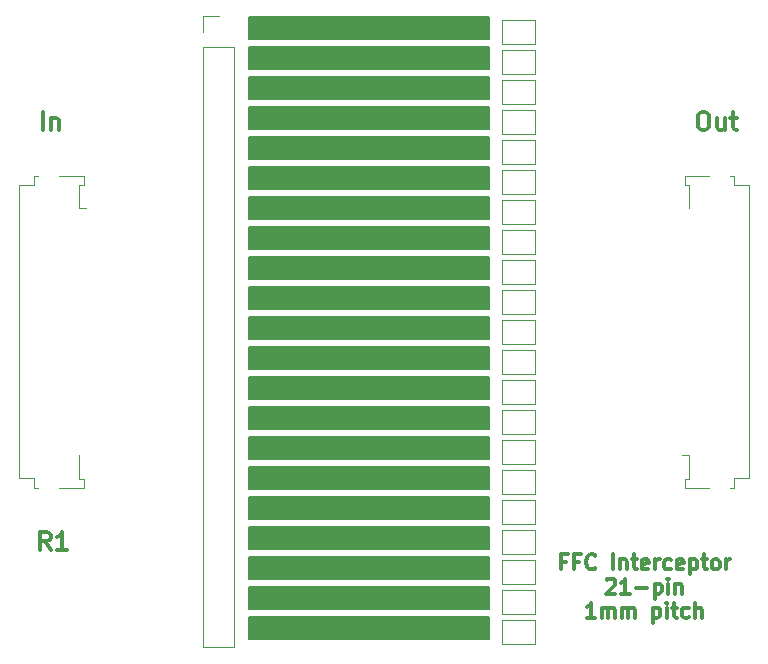
<source format=gbr>
%TF.GenerationSoftware,KiCad,Pcbnew,(6.0.4)*%
%TF.CreationDate,2022-05-17T22:38:10-07:00*%
%TF.ProjectId,ffc_interceptor,6666635f-696e-4746-9572-636570746f72,rev?*%
%TF.SameCoordinates,Original*%
%TF.FileFunction,Legend,Top*%
%TF.FilePolarity,Positive*%
%FSLAX46Y46*%
G04 Gerber Fmt 4.6, Leading zero omitted, Abs format (unit mm)*
G04 Created by KiCad (PCBNEW (6.0.4)) date 2022-05-17 22:38:10*
%MOMM*%
%LPD*%
G01*
G04 APERTURE LIST*
%ADD10C,0.200000*%
%ADD11C,0.300000*%
%ADD12C,0.120000*%
G04 APERTURE END LIST*
D10*
X146812000Y-72390000D02*
X167132000Y-72390000D01*
X167132000Y-72390000D02*
X167132000Y-74295000D01*
X167132000Y-74295000D02*
X146812000Y-74295000D01*
X146812000Y-74295000D02*
X146812000Y-72390000D01*
G36*
X146812000Y-72390000D02*
G01*
X167132000Y-72390000D01*
X167132000Y-74295000D01*
X146812000Y-74295000D01*
X146812000Y-72390000D01*
G37*
X146812000Y-107950000D02*
X167132000Y-107950000D01*
X167132000Y-107950000D02*
X167132000Y-109855000D01*
X167132000Y-109855000D02*
X146812000Y-109855000D01*
X146812000Y-109855000D02*
X146812000Y-107950000D01*
G36*
X146812000Y-107950000D02*
G01*
X167132000Y-107950000D01*
X167132000Y-109855000D01*
X146812000Y-109855000D01*
X146812000Y-107950000D01*
G37*
X146812000Y-82550000D02*
X167132000Y-82550000D01*
X167132000Y-82550000D02*
X167132000Y-84455000D01*
X167132000Y-84455000D02*
X146812000Y-84455000D01*
X146812000Y-84455000D02*
X146812000Y-82550000D01*
G36*
X146812000Y-82550000D02*
G01*
X167132000Y-82550000D01*
X167132000Y-84455000D01*
X146812000Y-84455000D01*
X146812000Y-82550000D01*
G37*
X146812000Y-80010000D02*
X167132000Y-80010000D01*
X167132000Y-80010000D02*
X167132000Y-81915000D01*
X167132000Y-81915000D02*
X146812000Y-81915000D01*
X146812000Y-81915000D02*
X146812000Y-80010000D01*
G36*
X146812000Y-80010000D02*
G01*
X167132000Y-80010000D01*
X167132000Y-81915000D01*
X146812000Y-81915000D01*
X146812000Y-80010000D01*
G37*
X146812000Y-92710000D02*
X167132000Y-92710000D01*
X167132000Y-92710000D02*
X167132000Y-94615000D01*
X167132000Y-94615000D02*
X146812000Y-94615000D01*
X146812000Y-94615000D02*
X146812000Y-92710000D01*
G36*
X146812000Y-92710000D02*
G01*
X167132000Y-92710000D01*
X167132000Y-94615000D01*
X146812000Y-94615000D01*
X146812000Y-92710000D01*
G37*
X146812000Y-97790000D02*
X167132000Y-97790000D01*
X167132000Y-97790000D02*
X167132000Y-99695000D01*
X167132000Y-99695000D02*
X146812000Y-99695000D01*
X146812000Y-99695000D02*
X146812000Y-97790000D01*
G36*
X146812000Y-97790000D02*
G01*
X167132000Y-97790000D01*
X167132000Y-99695000D01*
X146812000Y-99695000D01*
X146812000Y-97790000D01*
G37*
X146812000Y-115570000D02*
X167132000Y-115570000D01*
X167132000Y-115570000D02*
X167132000Y-117475000D01*
X167132000Y-117475000D02*
X146812000Y-117475000D01*
X146812000Y-117475000D02*
X146812000Y-115570000D01*
G36*
X146812000Y-115570000D02*
G01*
X167132000Y-115570000D01*
X167132000Y-117475000D01*
X146812000Y-117475000D01*
X146812000Y-115570000D01*
G37*
X146812000Y-113030000D02*
X167132000Y-113030000D01*
X167132000Y-113030000D02*
X167132000Y-114935000D01*
X167132000Y-114935000D02*
X146812000Y-114935000D01*
X146812000Y-114935000D02*
X146812000Y-113030000D01*
G36*
X146812000Y-113030000D02*
G01*
X167132000Y-113030000D01*
X167132000Y-114935000D01*
X146812000Y-114935000D01*
X146812000Y-113030000D01*
G37*
X146812000Y-74930000D02*
X167132000Y-74930000D01*
X167132000Y-74930000D02*
X167132000Y-76835000D01*
X167132000Y-76835000D02*
X146812000Y-76835000D01*
X146812000Y-76835000D02*
X146812000Y-74930000D01*
G36*
X146812000Y-74930000D02*
G01*
X167132000Y-74930000D01*
X167132000Y-76835000D01*
X146812000Y-76835000D01*
X146812000Y-74930000D01*
G37*
X146812000Y-110490000D02*
X167132000Y-110490000D01*
X167132000Y-110490000D02*
X167132000Y-112395000D01*
X167132000Y-112395000D02*
X146812000Y-112395000D01*
X146812000Y-112395000D02*
X146812000Y-110490000D01*
G36*
X146812000Y-110490000D02*
G01*
X167132000Y-110490000D01*
X167132000Y-112395000D01*
X146812000Y-112395000D01*
X146812000Y-110490000D01*
G37*
X146812000Y-118110000D02*
X167132000Y-118110000D01*
X167132000Y-118110000D02*
X167132000Y-120015000D01*
X167132000Y-120015000D02*
X146812000Y-120015000D01*
X146812000Y-120015000D02*
X146812000Y-118110000D01*
G36*
X146812000Y-118110000D02*
G01*
X167132000Y-118110000D01*
X167132000Y-120015000D01*
X146812000Y-120015000D01*
X146812000Y-118110000D01*
G37*
X146812000Y-105410000D02*
X167132000Y-105410000D01*
X167132000Y-105410000D02*
X167132000Y-107315000D01*
X167132000Y-107315000D02*
X146812000Y-107315000D01*
X146812000Y-107315000D02*
X146812000Y-105410000D01*
G36*
X146812000Y-105410000D02*
G01*
X167132000Y-105410000D01*
X167132000Y-107315000D01*
X146812000Y-107315000D01*
X146812000Y-105410000D01*
G37*
X146812000Y-95250000D02*
X167132000Y-95250000D01*
X167132000Y-95250000D02*
X167132000Y-97155000D01*
X167132000Y-97155000D02*
X146812000Y-97155000D01*
X146812000Y-97155000D02*
X146812000Y-95250000D01*
G36*
X146812000Y-95250000D02*
G01*
X167132000Y-95250000D01*
X167132000Y-97155000D01*
X146812000Y-97155000D01*
X146812000Y-95250000D01*
G37*
X146812000Y-87630000D02*
X167132000Y-87630000D01*
X167132000Y-87630000D02*
X167132000Y-89535000D01*
X167132000Y-89535000D02*
X146812000Y-89535000D01*
X146812000Y-89535000D02*
X146812000Y-87630000D01*
G36*
X146812000Y-87630000D02*
G01*
X167132000Y-87630000D01*
X167132000Y-89535000D01*
X146812000Y-89535000D01*
X146812000Y-87630000D01*
G37*
X146812000Y-85090000D02*
X167132000Y-85090000D01*
X167132000Y-85090000D02*
X167132000Y-86995000D01*
X167132000Y-86995000D02*
X146812000Y-86995000D01*
X146812000Y-86995000D02*
X146812000Y-85090000D01*
G36*
X146812000Y-85090000D02*
G01*
X167132000Y-85090000D01*
X167132000Y-86995000D01*
X146812000Y-86995000D01*
X146812000Y-85090000D01*
G37*
X146812000Y-123190000D02*
X167132000Y-123190000D01*
X167132000Y-123190000D02*
X167132000Y-125095000D01*
X167132000Y-125095000D02*
X146812000Y-125095000D01*
X146812000Y-125095000D02*
X146812000Y-123190000D01*
G36*
X146812000Y-123190000D02*
G01*
X167132000Y-123190000D01*
X167132000Y-125095000D01*
X146812000Y-125095000D01*
X146812000Y-123190000D01*
G37*
X146812000Y-90170000D02*
X167132000Y-90170000D01*
X167132000Y-90170000D02*
X167132000Y-92075000D01*
X167132000Y-92075000D02*
X146812000Y-92075000D01*
X146812000Y-92075000D02*
X146812000Y-90170000D01*
G36*
X146812000Y-90170000D02*
G01*
X167132000Y-90170000D01*
X167132000Y-92075000D01*
X146812000Y-92075000D01*
X146812000Y-90170000D01*
G37*
X146812000Y-120650000D02*
X167132000Y-120650000D01*
X167132000Y-120650000D02*
X167132000Y-122555000D01*
X167132000Y-122555000D02*
X146812000Y-122555000D01*
X146812000Y-122555000D02*
X146812000Y-120650000D01*
G36*
X146812000Y-120650000D02*
G01*
X167132000Y-120650000D01*
X167132000Y-122555000D01*
X146812000Y-122555000D01*
X146812000Y-120650000D01*
G37*
X146812000Y-77470000D02*
X167132000Y-77470000D01*
X167132000Y-77470000D02*
X167132000Y-79375000D01*
X167132000Y-79375000D02*
X146812000Y-79375000D01*
X146812000Y-79375000D02*
X146812000Y-77470000D01*
G36*
X146812000Y-77470000D02*
G01*
X167132000Y-77470000D01*
X167132000Y-79375000D01*
X146812000Y-79375000D01*
X146812000Y-77470000D01*
G37*
X146812000Y-100330000D02*
X167132000Y-100330000D01*
X167132000Y-100330000D02*
X167132000Y-102235000D01*
X167132000Y-102235000D02*
X146812000Y-102235000D01*
X146812000Y-102235000D02*
X146812000Y-100330000D01*
G36*
X146812000Y-100330000D02*
G01*
X167132000Y-100330000D01*
X167132000Y-102235000D01*
X146812000Y-102235000D01*
X146812000Y-100330000D01*
G37*
X146812000Y-102870000D02*
X167132000Y-102870000D01*
X167132000Y-102870000D02*
X167132000Y-104775000D01*
X167132000Y-104775000D02*
X146812000Y-104775000D01*
X146812000Y-104775000D02*
X146812000Y-102870000D01*
G36*
X146812000Y-102870000D02*
G01*
X167132000Y-102870000D01*
X167132000Y-104775000D01*
X146812000Y-104775000D01*
X146812000Y-102870000D01*
G37*
D11*
X130052000Y-117518571D02*
X129552000Y-116804285D01*
X129194857Y-117518571D02*
X129194857Y-116018571D01*
X129766285Y-116018571D01*
X129909142Y-116090000D01*
X129980571Y-116161428D01*
X130052000Y-116304285D01*
X130052000Y-116518571D01*
X129980571Y-116661428D01*
X129909142Y-116732857D01*
X129766285Y-116804285D01*
X129194857Y-116804285D01*
X131480571Y-117518571D02*
X130623428Y-117518571D01*
X131052000Y-117518571D02*
X131052000Y-116018571D01*
X130909142Y-116232857D01*
X130766285Y-116375714D01*
X130623428Y-116447142D01*
X185186000Y-80458571D02*
X185471714Y-80458571D01*
X185614571Y-80530000D01*
X185757428Y-80672857D01*
X185828857Y-80958571D01*
X185828857Y-81458571D01*
X185757428Y-81744285D01*
X185614571Y-81887142D01*
X185471714Y-81958571D01*
X185186000Y-81958571D01*
X185043142Y-81887142D01*
X184900285Y-81744285D01*
X184828857Y-81458571D01*
X184828857Y-80958571D01*
X184900285Y-80672857D01*
X185043142Y-80530000D01*
X185186000Y-80458571D01*
X187114571Y-80958571D02*
X187114571Y-81958571D01*
X186471714Y-80958571D02*
X186471714Y-81744285D01*
X186543142Y-81887142D01*
X186686000Y-81958571D01*
X186900285Y-81958571D01*
X187043142Y-81887142D01*
X187114571Y-81815714D01*
X187614571Y-80958571D02*
X188186000Y-80958571D01*
X187828857Y-80458571D02*
X187828857Y-81744285D01*
X187900285Y-81887142D01*
X188043142Y-81958571D01*
X188186000Y-81958571D01*
X129369428Y-81958571D02*
X129369428Y-80458571D01*
X130083714Y-80958571D02*
X130083714Y-81958571D01*
X130083714Y-81101428D02*
X130155142Y-81030000D01*
X130298000Y-80958571D01*
X130512285Y-80958571D01*
X130655142Y-81030000D01*
X130726571Y-81172857D01*
X130726571Y-81958571D01*
X173687619Y-118514585D02*
X173264285Y-118514585D01*
X173264285Y-119179823D02*
X173264285Y-117909823D01*
X173869047Y-117909823D01*
X174776190Y-118514585D02*
X174352857Y-118514585D01*
X174352857Y-119179823D02*
X174352857Y-117909823D01*
X174957619Y-117909823D01*
X176167142Y-119058871D02*
X176106666Y-119119347D01*
X175925238Y-119179823D01*
X175804285Y-119179823D01*
X175622857Y-119119347D01*
X175501904Y-118998395D01*
X175441428Y-118877442D01*
X175380952Y-118635538D01*
X175380952Y-118454109D01*
X175441428Y-118212204D01*
X175501904Y-118091252D01*
X175622857Y-117970300D01*
X175804285Y-117909823D01*
X175925238Y-117909823D01*
X176106666Y-117970300D01*
X176167142Y-118030776D01*
X177679047Y-119179823D02*
X177679047Y-117909823D01*
X178283809Y-118333157D02*
X178283809Y-119179823D01*
X178283809Y-118454109D02*
X178344285Y-118393633D01*
X178465238Y-118333157D01*
X178646666Y-118333157D01*
X178767619Y-118393633D01*
X178828095Y-118514585D01*
X178828095Y-119179823D01*
X179251428Y-118333157D02*
X179735238Y-118333157D01*
X179432857Y-117909823D02*
X179432857Y-118998395D01*
X179493333Y-119119347D01*
X179614285Y-119179823D01*
X179735238Y-119179823D01*
X180642380Y-119119347D02*
X180521428Y-119179823D01*
X180279523Y-119179823D01*
X180158571Y-119119347D01*
X180098095Y-118998395D01*
X180098095Y-118514585D01*
X180158571Y-118393633D01*
X180279523Y-118333157D01*
X180521428Y-118333157D01*
X180642380Y-118393633D01*
X180702857Y-118514585D01*
X180702857Y-118635538D01*
X180098095Y-118756490D01*
X181247142Y-119179823D02*
X181247142Y-118333157D01*
X181247142Y-118575061D02*
X181307619Y-118454109D01*
X181368095Y-118393633D01*
X181489047Y-118333157D01*
X181610000Y-118333157D01*
X182577619Y-119119347D02*
X182456666Y-119179823D01*
X182214761Y-119179823D01*
X182093809Y-119119347D01*
X182033333Y-119058871D01*
X181972857Y-118937919D01*
X181972857Y-118575061D01*
X182033333Y-118454109D01*
X182093809Y-118393633D01*
X182214761Y-118333157D01*
X182456666Y-118333157D01*
X182577619Y-118393633D01*
X183605714Y-119119347D02*
X183484761Y-119179823D01*
X183242857Y-119179823D01*
X183121904Y-119119347D01*
X183061428Y-118998395D01*
X183061428Y-118514585D01*
X183121904Y-118393633D01*
X183242857Y-118333157D01*
X183484761Y-118333157D01*
X183605714Y-118393633D01*
X183666190Y-118514585D01*
X183666190Y-118635538D01*
X183061428Y-118756490D01*
X184210476Y-118333157D02*
X184210476Y-119603157D01*
X184210476Y-118393633D02*
X184331428Y-118333157D01*
X184573333Y-118333157D01*
X184694285Y-118393633D01*
X184754761Y-118454109D01*
X184815238Y-118575061D01*
X184815238Y-118937919D01*
X184754761Y-119058871D01*
X184694285Y-119119347D01*
X184573333Y-119179823D01*
X184331428Y-119179823D01*
X184210476Y-119119347D01*
X185178095Y-118333157D02*
X185661904Y-118333157D01*
X185359523Y-117909823D02*
X185359523Y-118998395D01*
X185420000Y-119119347D01*
X185540952Y-119179823D01*
X185661904Y-119179823D01*
X186266666Y-119179823D02*
X186145714Y-119119347D01*
X186085238Y-119058871D01*
X186024761Y-118937919D01*
X186024761Y-118575061D01*
X186085238Y-118454109D01*
X186145714Y-118393633D01*
X186266666Y-118333157D01*
X186448095Y-118333157D01*
X186569047Y-118393633D01*
X186629523Y-118454109D01*
X186690000Y-118575061D01*
X186690000Y-118937919D01*
X186629523Y-119058871D01*
X186569047Y-119119347D01*
X186448095Y-119179823D01*
X186266666Y-119179823D01*
X187234285Y-119179823D02*
X187234285Y-118333157D01*
X187234285Y-118575061D02*
X187294761Y-118454109D01*
X187355238Y-118393633D01*
X187476190Y-118333157D01*
X187597142Y-118333157D01*
X177134761Y-120075476D02*
X177195238Y-120015000D01*
X177316190Y-119954523D01*
X177618571Y-119954523D01*
X177739523Y-120015000D01*
X177800000Y-120075476D01*
X177860476Y-120196428D01*
X177860476Y-120317380D01*
X177800000Y-120498809D01*
X177074285Y-121224523D01*
X177860476Y-121224523D01*
X179070000Y-121224523D02*
X178344285Y-121224523D01*
X178707142Y-121224523D02*
X178707142Y-119954523D01*
X178586190Y-120135952D01*
X178465238Y-120256904D01*
X178344285Y-120317380D01*
X179614285Y-120740714D02*
X180581904Y-120740714D01*
X181186666Y-120377857D02*
X181186666Y-121647857D01*
X181186666Y-120438333D02*
X181307619Y-120377857D01*
X181549523Y-120377857D01*
X181670476Y-120438333D01*
X181730952Y-120498809D01*
X181791428Y-120619761D01*
X181791428Y-120982619D01*
X181730952Y-121103571D01*
X181670476Y-121164047D01*
X181549523Y-121224523D01*
X181307619Y-121224523D01*
X181186666Y-121164047D01*
X182335714Y-121224523D02*
X182335714Y-120377857D01*
X182335714Y-119954523D02*
X182275238Y-120015000D01*
X182335714Y-120075476D01*
X182396190Y-120015000D01*
X182335714Y-119954523D01*
X182335714Y-120075476D01*
X182940476Y-120377857D02*
X182940476Y-121224523D01*
X182940476Y-120498809D02*
X183000952Y-120438333D01*
X183121904Y-120377857D01*
X183303333Y-120377857D01*
X183424285Y-120438333D01*
X183484761Y-120559285D01*
X183484761Y-121224523D01*
X176167142Y-123269223D02*
X175441428Y-123269223D01*
X175804285Y-123269223D02*
X175804285Y-121999223D01*
X175683333Y-122180652D01*
X175562380Y-122301604D01*
X175441428Y-122362080D01*
X176711428Y-123269223D02*
X176711428Y-122422557D01*
X176711428Y-122543509D02*
X176771904Y-122483033D01*
X176892857Y-122422557D01*
X177074285Y-122422557D01*
X177195238Y-122483033D01*
X177255714Y-122603985D01*
X177255714Y-123269223D01*
X177255714Y-122603985D02*
X177316190Y-122483033D01*
X177437142Y-122422557D01*
X177618571Y-122422557D01*
X177739523Y-122483033D01*
X177800000Y-122603985D01*
X177800000Y-123269223D01*
X178404761Y-123269223D02*
X178404761Y-122422557D01*
X178404761Y-122543509D02*
X178465238Y-122483033D01*
X178586190Y-122422557D01*
X178767619Y-122422557D01*
X178888571Y-122483033D01*
X178949047Y-122603985D01*
X178949047Y-123269223D01*
X178949047Y-122603985D02*
X179009523Y-122483033D01*
X179130476Y-122422557D01*
X179311904Y-122422557D01*
X179432857Y-122483033D01*
X179493333Y-122603985D01*
X179493333Y-123269223D01*
X181065714Y-122422557D02*
X181065714Y-123692557D01*
X181065714Y-122483033D02*
X181186666Y-122422557D01*
X181428571Y-122422557D01*
X181549523Y-122483033D01*
X181610000Y-122543509D01*
X181670476Y-122664461D01*
X181670476Y-123027319D01*
X181610000Y-123148271D01*
X181549523Y-123208747D01*
X181428571Y-123269223D01*
X181186666Y-123269223D01*
X181065714Y-123208747D01*
X182214761Y-123269223D02*
X182214761Y-122422557D01*
X182214761Y-121999223D02*
X182154285Y-122059700D01*
X182214761Y-122120176D01*
X182275238Y-122059700D01*
X182214761Y-121999223D01*
X182214761Y-122120176D01*
X182638095Y-122422557D02*
X183121904Y-122422557D01*
X182819523Y-121999223D02*
X182819523Y-123087795D01*
X182880000Y-123208747D01*
X183000952Y-123269223D01*
X183121904Y-123269223D01*
X184089523Y-123208747D02*
X183968571Y-123269223D01*
X183726666Y-123269223D01*
X183605714Y-123208747D01*
X183545238Y-123148271D01*
X183484761Y-123027319D01*
X183484761Y-122664461D01*
X183545238Y-122543509D01*
X183605714Y-122483033D01*
X183726666Y-122422557D01*
X183968571Y-122422557D01*
X184089523Y-122483033D01*
X184633809Y-123269223D02*
X184633809Y-121999223D01*
X185178095Y-123269223D02*
X185178095Y-122603985D01*
X185117619Y-122483033D01*
X184996666Y-122422557D01*
X184815238Y-122422557D01*
X184694285Y-122483033D01*
X184633809Y-122543509D01*
D12*
%TO.C,JP8*%
X168272000Y-92440000D02*
X168272000Y-90440000D01*
X171072000Y-90440000D02*
X171072000Y-92440000D01*
X168272000Y-90440000D02*
X171072000Y-90440000D01*
X171072000Y-92440000D02*
X168272000Y-92440000D01*
%TO.C,JP18*%
X168272000Y-117840000D02*
X168272000Y-115840000D01*
X171072000Y-115840000D02*
X171072000Y-117840000D01*
X171072000Y-117840000D02*
X168272000Y-117840000D01*
X168272000Y-115840000D02*
X171072000Y-115840000D01*
%TO.C,JP1*%
X171072000Y-74660000D02*
X168272000Y-74660000D01*
X171072000Y-72660000D02*
X171072000Y-74660000D01*
X168272000Y-74660000D02*
X168272000Y-72660000D01*
X168272000Y-72660000D02*
X171072000Y-72660000D01*
%TO.C,JP11*%
X168272000Y-100060000D02*
X168272000Y-98060000D01*
X171072000Y-98060000D02*
X171072000Y-100060000D01*
X171072000Y-100060000D02*
X168272000Y-100060000D01*
X168272000Y-98060000D02*
X171072000Y-98060000D01*
%TO.C,J1*%
X127378000Y-111480000D02*
X128678000Y-111480000D01*
X128678000Y-85860000D02*
X128678000Y-86660000D01*
X132848000Y-112280000D02*
X132848000Y-111510000D01*
X133088000Y-88610000D02*
X132498000Y-88610000D01*
X132848000Y-86630000D02*
X132848000Y-85860000D01*
X130798000Y-112280000D02*
X132848000Y-112280000D01*
X128978000Y-85860000D02*
X128678000Y-85860000D01*
X132848000Y-111510000D02*
X132498000Y-111510000D01*
X128678000Y-111480000D02*
X128678000Y-112280000D01*
X128678000Y-112280000D02*
X128978000Y-112280000D01*
X132498000Y-88610000D02*
X132498000Y-86630000D01*
X128678000Y-86660000D02*
X127378000Y-86660000D01*
X132848000Y-85860000D02*
X130798000Y-85860000D01*
X132498000Y-86630000D02*
X132848000Y-86630000D01*
X132498000Y-111510000D02*
X132498000Y-109530000D01*
X127378000Y-86660000D02*
X127378000Y-111480000D01*
%TO.C,JP20*%
X168272000Y-122920000D02*
X168272000Y-120920000D01*
X168272000Y-120920000D02*
X171072000Y-120920000D01*
X171072000Y-122920000D02*
X168272000Y-122920000D01*
X171072000Y-120920000D02*
X171072000Y-122920000D01*
%TO.C,J3*%
X189212000Y-86660000D02*
X187912000Y-86660000D01*
X187912000Y-85860000D02*
X187612000Y-85860000D01*
X189212000Y-111480000D02*
X189212000Y-86660000D01*
X187912000Y-111480000D02*
X189212000Y-111480000D01*
X183742000Y-112280000D02*
X185792000Y-112280000D01*
X183742000Y-86630000D02*
X184092000Y-86630000D01*
X183742000Y-85860000D02*
X183742000Y-86630000D01*
X184092000Y-109530000D02*
X184092000Y-111510000D01*
X183502000Y-109530000D02*
X184092000Y-109530000D01*
X185792000Y-85860000D02*
X183742000Y-85860000D01*
X187612000Y-112280000D02*
X187912000Y-112280000D01*
X184092000Y-86630000D02*
X184092000Y-88610000D01*
X183742000Y-111510000D02*
X183742000Y-112280000D01*
X184092000Y-111510000D02*
X183742000Y-111510000D01*
X187912000Y-86660000D02*
X187912000Y-85860000D01*
X187912000Y-112280000D02*
X187912000Y-111480000D01*
%TO.C,JP3*%
X168272000Y-79740000D02*
X168272000Y-77740000D01*
X171072000Y-79740000D02*
X168272000Y-79740000D01*
X168272000Y-77740000D02*
X171072000Y-77740000D01*
X171072000Y-77740000D02*
X171072000Y-79740000D01*
%TO.C,JP15*%
X171072000Y-110220000D02*
X168272000Y-110220000D01*
X168272000Y-108220000D02*
X171072000Y-108220000D01*
X168272000Y-110220000D02*
X168272000Y-108220000D01*
X171072000Y-108220000D02*
X171072000Y-110220000D01*
%TO.C,JP13*%
X168272000Y-105140000D02*
X168272000Y-103140000D01*
X168272000Y-103140000D02*
X171072000Y-103140000D01*
X171072000Y-103140000D02*
X171072000Y-105140000D01*
X171072000Y-105140000D02*
X168272000Y-105140000D01*
%TO.C,JP19*%
X171072000Y-118380000D02*
X171072000Y-120380000D01*
X171072000Y-120380000D02*
X168272000Y-120380000D01*
X168272000Y-118380000D02*
X171072000Y-118380000D01*
X168272000Y-120380000D02*
X168272000Y-118380000D01*
%TO.C,JP12*%
X168272000Y-100600000D02*
X171072000Y-100600000D01*
X168272000Y-102600000D02*
X168272000Y-100600000D01*
X171072000Y-102600000D02*
X168272000Y-102600000D01*
X171072000Y-100600000D02*
X171072000Y-102600000D01*
%TO.C,JP9*%
X168272000Y-94980000D02*
X168272000Y-92980000D01*
X171072000Y-94980000D02*
X168272000Y-94980000D01*
X171072000Y-92980000D02*
X171072000Y-94980000D01*
X168272000Y-92980000D02*
X171072000Y-92980000D01*
%TO.C,JP4*%
X171072000Y-80280000D02*
X171072000Y-82280000D01*
X168272000Y-80280000D02*
X171072000Y-80280000D01*
X168272000Y-82280000D02*
X168272000Y-80280000D01*
X171072000Y-82280000D02*
X168272000Y-82280000D01*
%TO.C,JP7*%
X168272000Y-87900000D02*
X171072000Y-87900000D01*
X168272000Y-89900000D02*
X168272000Y-87900000D01*
X171072000Y-89900000D02*
X168272000Y-89900000D01*
X171072000Y-87900000D02*
X171072000Y-89900000D01*
%TO.C,JP16*%
X168272000Y-110760000D02*
X171072000Y-110760000D01*
X171072000Y-110760000D02*
X171072000Y-112760000D01*
X168272000Y-112760000D02*
X168272000Y-110760000D01*
X171072000Y-112760000D02*
X168272000Y-112760000D01*
%TO.C,JP5*%
X171072000Y-84820000D02*
X168272000Y-84820000D01*
X168272000Y-82820000D02*
X171072000Y-82820000D01*
X171072000Y-82820000D02*
X171072000Y-84820000D01*
X168272000Y-84820000D02*
X168272000Y-82820000D01*
%TO.C,JP14*%
X171072000Y-105680000D02*
X171072000Y-107680000D01*
X171072000Y-107680000D02*
X168272000Y-107680000D01*
X168272000Y-107680000D02*
X168272000Y-105680000D01*
X168272000Y-105680000D02*
X171072000Y-105680000D01*
%TO.C,JP17*%
X171072000Y-113300000D02*
X171072000Y-115300000D01*
X168272000Y-115300000D02*
X168272000Y-113300000D01*
X168272000Y-113300000D02*
X171072000Y-113300000D01*
X171072000Y-115300000D02*
X168272000Y-115300000D01*
%TO.C,JP6*%
X171072000Y-87360000D02*
X168272000Y-87360000D01*
X168272000Y-87360000D02*
X168272000Y-85360000D01*
X168272000Y-85360000D02*
X171072000Y-85360000D01*
X171072000Y-85360000D02*
X171072000Y-87360000D01*
%TO.C,JP21*%
X168272000Y-123460000D02*
X171072000Y-123460000D01*
X171072000Y-125460000D02*
X168272000Y-125460000D01*
X171072000Y-123460000D02*
X171072000Y-125460000D01*
X168272000Y-125460000D02*
X168272000Y-123460000D01*
%TO.C,JP10*%
X168272000Y-95520000D02*
X171072000Y-95520000D01*
X168272000Y-97520000D02*
X168272000Y-95520000D01*
X171072000Y-95520000D02*
X171072000Y-97520000D01*
X171072000Y-97520000D02*
X168272000Y-97520000D01*
%TO.C,J2*%
X142942000Y-125790000D02*
X145602000Y-125790000D01*
X142942000Y-74930000D02*
X145602000Y-74930000D01*
X142942000Y-72330000D02*
X144272000Y-72330000D01*
X142942000Y-74930000D02*
X142942000Y-125790000D01*
X142942000Y-73660000D02*
X142942000Y-72330000D01*
X145602000Y-74930000D02*
X145602000Y-125790000D01*
%TO.C,JP2*%
X168272000Y-77200000D02*
X168272000Y-75200000D01*
X168272000Y-75200000D02*
X171072000Y-75200000D01*
X171072000Y-75200000D02*
X171072000Y-77200000D01*
X171072000Y-77200000D02*
X168272000Y-77200000D01*
%TD*%
M02*

</source>
